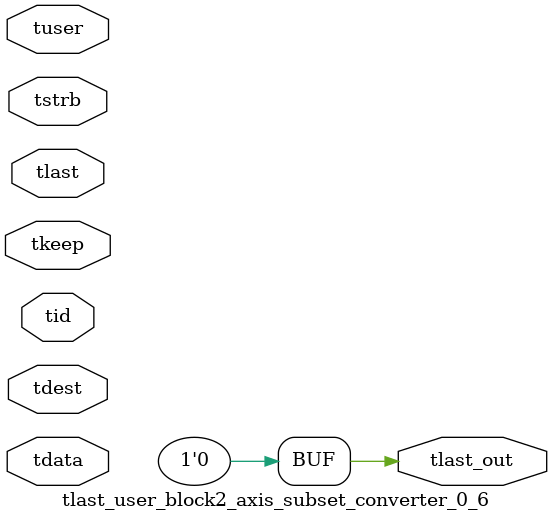
<source format=v>


`timescale 1ps/1ps

module tlast_user_block2_axis_subset_converter_0_6 #
(
parameter C_S_AXIS_TID_WIDTH   = 1,
parameter C_S_AXIS_TUSER_WIDTH = 0,
parameter C_S_AXIS_TDATA_WIDTH = 0,
parameter C_S_AXIS_TDEST_WIDTH = 0
)
(
input  [(C_S_AXIS_TID_WIDTH   == 0 ? 1 : C_S_AXIS_TID_WIDTH)-1:0       ] tid,
input  [(C_S_AXIS_TDATA_WIDTH == 0 ? 1 : C_S_AXIS_TDATA_WIDTH)-1:0     ] tdata,
input  [(C_S_AXIS_TUSER_WIDTH == 0 ? 1 : C_S_AXIS_TUSER_WIDTH)-1:0     ] tuser,
input  [(C_S_AXIS_TDEST_WIDTH == 0 ? 1 : C_S_AXIS_TDEST_WIDTH)-1:0     ] tdest,
input  [(C_S_AXIS_TDATA_WIDTH/8)-1:0 ] tkeep,
input  [(C_S_AXIS_TDATA_WIDTH/8)-1:0 ] tstrb,
input  [0:0]                                                             tlast,
output                                                                   tlast_out
);

assign tlast_out = {1'b0};

endmodule


</source>
